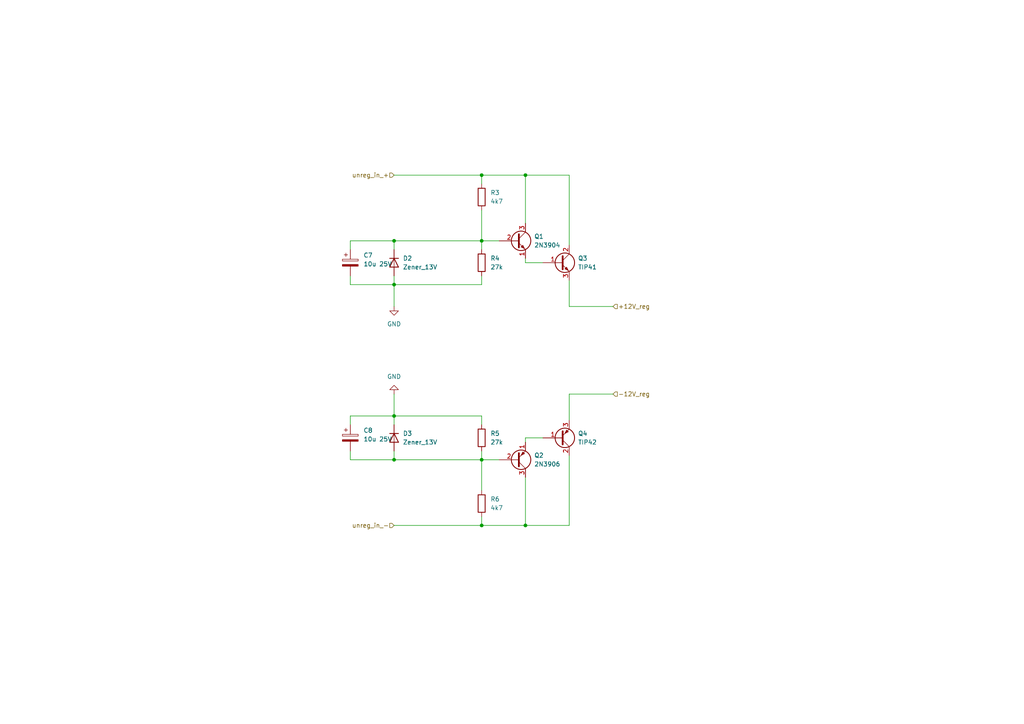
<source format=kicad_sch>
(kicad_sch (version 20230121) (generator eeschema)
  (paper "A4")
  (title_block (title "+/- 12V Versorgung") (date "15.12.21") (rev "A"))
  (lib_symbols
    (symbol "Device:C_Polarized" (pin_numbers hide) (pin_names (offset 0.254))
      (property "Reference" "C" (at 0.635 2.54 0))
      (property "Value" "C_Polarized" (at 0.635 -2.54 0))
      (symbol "C_Polarized_0_1"
        (rectangle (start -2.286 0.508) (end 2.286 1.016))
        (polyline (pts (xy -1.778 2.286) (xy -0.762 2.286)))
        (polyline (pts (xy -1.27 2.794) (xy -1.27 1.778)))
        (rectangle (start 2.286 -0.508) (end -2.286 -1.016) (fill (type outline)))
      )
      (symbol "C_Polarized_1_1"
        (pin passive line (at 0 3.81 270) (length 2.794) (name "~") (number "1"))
        (pin passive line (at 0 -3.81 90) (length 2.794) (name "~") (number "2"))
      )
    )
    (symbol "Device:D" (pin_numbers hide) (pin_names (offset 1.016) hide)
      (property "Reference" "D" (at 0 2.54 0))
      (property "Value" "D" (at 0 -2.54 0))
      (symbol "D_0_1"
        (polyline (pts (xy -1.27 1.27) (xy -1.27 -1.27)) (stroke (width 0.254)))
        (polyline (pts (xy 1.27 0) (xy -1.27 0)))
        (polyline (pts (xy 1.27 1.27) (xy 1.27 -1.27) (xy -1.27 0) (xy 1.27 1.27)) (stroke (width 0.254)))
      )
      (symbol "D_1_1"
        (pin passive line (at -3.81 0 0) (length 2.54) (name "K") (number "1"))
        (pin passive line (at 3.81 0 180) (length 2.54) (name "A") (number "2"))
      )
    )
    (symbol "Device:R" (pin_numbers hide) (pin_names (offset 0))
      (property "Reference" "R" (at 2.032 0 90))
      (property "Value" "R" (at 0 0 90))
      (symbol "R_0_1"
        (rectangle (start -1.016 -2.54) (end 1.016 2.54) (stroke (width 0.254)))
      )
      (symbol "R_1_1"
        (pin passive line (at 0 3.81 270) (length 1.27) (name "~") (number "1"))
        (pin passive line (at 0 -3.81 90) (length 1.27) (name "~") (number "2"))
      )
    )
    (symbol "Transistor_BJT:2N3904" (pin_names (offset 0) hide)
      (property "Reference" "Q" (at 5.08 1.905 0))
      (property "Value" "2N3904" (at 5.08 0 0))
      (symbol "2N3904_0_1"
        (polyline (pts (xy 0.635 0.635) (xy 2.54 2.54)))
        (polyline (pts (xy 0.635 -0.635) (xy 2.54 -2.54) (xy 2.54 -2.54)))
        (polyline (pts (xy 0.635 1.905) (xy 0.635 -1.905) (xy 0.635 -1.905)) (stroke (width 0.508)))
        (polyline (pts (xy 1.27 -1.778) (xy 1.778 -1.27) (xy 2.286 -2.286) (xy 1.27 -1.778) (xy 1.27 -1.778)) (fill (type outline)))
        (circle (center 1.27 0) (radius 2.8194) (stroke (width 0.254)))
      )
      (symbol "2N3904_1_1"
        (pin passive line (at 2.54 -5.08 90) (length 2.54) (name "E") (number "1"))
        (pin passive line (at -5.08 0 0) (length 5.715) (name "B") (number "2"))
        (pin passive line (at 2.54 5.08 270) (length 2.54) (name "C") (number "3"))
      )
    )
    (symbol "Transistor_BJT:2N3906" (pin_names (offset 0) hide)
      (property "Reference" "Q" (at 5.08 1.905 0))
      (property "Value" "2N3906" (at 5.08 0 0))
      (symbol "2N3906_0_1"
        (polyline (pts (xy 0.635 0.635) (xy 2.54 2.54)))
        (polyline (pts (xy 0.635 -0.635) (xy 2.54 -2.54) (xy 2.54 -2.54)))
        (polyline (pts (xy 0.635 1.905) (xy 0.635 -1.905) (xy 0.635 -1.905)) (stroke (width 0.508)))
        (polyline (pts (xy 2.286 -1.778) (xy 1.778 -2.286) (xy 1.27 -1.27) (xy 2.286 -1.778) (xy 2.286 -1.778)) (fill (type outline)))
        (circle (center 1.27 0) (radius 2.8194) (stroke (width 0.254)))
      )
      (symbol "2N3906_1_1"
        (pin passive line (at 2.54 -5.08 90) (length 2.54) (name "E") (number "1"))
        (pin input line (at -5.08 0 0) (length 5.715) (name "B") (number "2"))
        (pin passive line (at 2.54 5.08 270) (length 2.54) (name "C") (number "3"))
      )
    )
    (symbol "Transistor_BJT:TIP41" (pin_names (offset 0) hide)
      (property "Reference" "Q" (at 6.35 1.905 0))
      (property "Value" "TIP41" (at 6.35 0 0))
      (symbol "TIP41_0_1"
        (polyline (pts (xy 0.635 0.635) (xy 2.54 2.54)))
        (polyline (pts (xy 0.635 -0.635) (xy 2.54 -2.54) (xy 2.54 -2.54)))
        (polyline (pts (xy 0.635 1.905) (xy 0.635 -1.905) (xy 0.635 -1.905)) (stroke (width 0.508)))
        (polyline (pts (xy 1.27 -1.778) (xy 1.778 -1.27) (xy 2.286 -2.286) (xy 1.27 -1.778) (xy 1.27 -1.778)) (fill (type outline)))
        (circle (center 1.27 0) (radius 2.8194) (stroke (width 0.254)))
      )
      (symbol "TIP41_1_1"
        (pin input line (at -5.08 0 0) (length 5.715) (name "B") (number "1"))
        (pin passive line (at 2.54 5.08 270) (length 2.54) (name "C") (number "2"))
        (pin passive line (at 2.54 -5.08 90) (length 2.54) (name "E") (number "3"))
      )
    )
    (symbol "Transistor_BJT:TIP42" (pin_names (offset 0) hide)
      (property "Reference" "Q" (at 6.35 1.905 0))
      (property "Value" "TIP42" (at 6.35 0 0))
      (symbol "TIP42_0_1"
        (polyline (pts (xy 0.635 0.635) (xy 2.54 2.54)))
        (polyline (pts (xy 0.635 -0.635) (xy 2.54 -2.54) (xy 2.54 -2.54)))
        (polyline (pts (xy 0.635 1.905) (xy 0.635 -1.905) (xy 0.635 -1.905)) (stroke (width 0.508)))
        (polyline (pts (xy 2.286 -1.778) (xy 1.778 -2.286) (xy 1.27 -1.27) (xy 2.286 -1.778) (xy 2.286 -1.778)) (fill (type outline)))
        (circle (center 1.27 0) (radius 2.8194) (stroke (width 0.254)))
      )
      (symbol "TIP42_1_1"
        (pin input line (at -5.08 0 0) (length 5.715) (name "B") (number "1"))
        (pin passive line (at 2.54 5.08 270) (length 2.54) (name "C") (number "2"))
        (pin passive line (at 2.54 -5.08 90) (length 2.54) (name "E") (number "3"))
      )
    )
    (symbol "power:GND" (power) (pin_names (offset 0))
      (property "Value" "GND" (at 0 -3.81 0))
      (symbol "GND_0_1"
        (polyline (pts (xy 0 0) (xy 0 -1.27) (xy 1.27 -1.27) (xy 0 -2.54) (xy -1.27 -1.27) (xy 0 -1.27)))
      )
      (symbol "GND_1_1"
        (pin power_in line (at 0 0 270) (length 0) hide (name "GND") (number "1"))
      )
    )
  )
  (junction (at 114.3 120.65))
  (junction (at 152.4 152.4))
  (junction (at 114.3 133.35))
  (junction (at 139.7 50.8))
  (junction (at 114.3 69.85))
  (junction (at 114.3 82.55))
  (junction (at 152.4 50.8))
  (junction (at 139.7 69.85))
  (junction (at 139.7 133.35))
  (junction (at 139.7 152.4))
  (wire (pts (xy 165.1 121.92) (xy 165.1 114.3)))
  (wire (pts (xy 165.1 114.3) (xy 177.8 114.3)))
  (wire (pts (xy 139.7 60.96) (xy 139.7 69.85)))
  (wire (pts (xy 101.6 130.81) (xy 101.6 133.35)))
  (wire (pts (xy 139.7 69.85) (xy 144.78 69.85)))
  (wire (pts (xy 157.48 127) (xy 152.4 127)))
  (wire (pts (xy 152.4 127) (xy 152.4 128.27)))
  (wire (pts (xy 139.7 130.81) (xy 139.7 133.35)))
  (wire (pts (xy 139.7 133.35) (xy 139.7 142.24)))
  (wire (pts (xy 165.1 88.9) (xy 177.8 88.9)))
  (wire (pts (xy 165.1 81.28) (xy 165.1 88.9)))
  (wire (pts (xy 139.7 69.85) (xy 139.7 72.39)))
  (wire (pts (xy 139.7 149.86) (xy 139.7 152.4)))
  (wire (pts (xy 101.6 120.65) (xy 101.6 123.19)))
  (wire (pts (xy 101.6 82.55) (xy 114.3 82.55)))
  (wire (pts (xy 114.3 69.85) (xy 114.3 72.39)))
  (wire (pts (xy 165.1 132.08) (xy 165.1 152.4)))
  (wire (pts (xy 139.7 50.8) (xy 152.4 50.8)))
  (wire (pts (xy 114.3 50.8) (xy 139.7 50.8)))
  (wire (pts (xy 152.4 50.8) (xy 165.1 50.8)))
  (wire (pts (xy 139.7 82.55) (xy 139.7 80.01)))
  (wire (pts (xy 101.6 80.01) (xy 101.6 82.55)))
  (wire (pts (xy 114.3 133.35) (xy 139.7 133.35)))
  (wire (pts (xy 114.3 120.65) (xy 114.3 123.19)))
  (wire (pts (xy 139.7 123.19) (xy 139.7 120.65)))
  (wire (pts (xy 114.3 120.65) (xy 139.7 120.65)))
  (wire (pts (xy 152.4 138.43) (xy 152.4 152.4)))
  (wire (pts (xy 165.1 50.8) (xy 165.1 71.12)))
  (wire (pts (xy 101.6 133.35) (xy 114.3 133.35)))
  (wire (pts (xy 152.4 50.8) (xy 152.4 64.77)))
  (wire (pts (xy 139.7 50.8) (xy 139.7 53.34)))
  (wire (pts (xy 101.6 120.65) (xy 114.3 120.65)))
  (wire (pts (xy 114.3 69.85) (xy 139.7 69.85)))
  (wire (pts (xy 101.6 69.85) (xy 101.6 72.39)))
  (wire (pts (xy 114.3 82.55) (xy 139.7 82.55)))
  (wire (pts (xy 114.3 114.3) (xy 114.3 120.65)))
  (wire (pts (xy 139.7 133.35) (xy 144.78 133.35)))
  (wire (pts (xy 114.3 130.81) (xy 114.3 133.35)))
  (wire (pts (xy 101.6 69.85) (xy 114.3 69.85)))
  (wire (pts (xy 114.3 80.01) (xy 114.3 82.55)))
  (wire (pts (xy 114.3 82.55) (xy 114.3 88.9)))
  (wire (pts (xy 139.7 152.4) (xy 152.4 152.4)))
  (wire (pts (xy 152.4 152.4) (xy 165.1 152.4)))
  (wire (pts (xy 114.3 152.4) (xy 139.7 152.4)))
  (wire (pts (xy 152.4 76.2) (xy 157.48 76.2)))
  (wire (pts (xy 152.4 74.93) (xy 152.4 76.2)))
  (hierarchical_label "unreg_in_+" (shape input) (at 114.3 50.8 180))
  (hierarchical_label "-12V_reg" (shape input) (at 177.8 114.3 0))
  (hierarchical_label "unreg_in_-" (shape input) (at 114.3 152.4 180))
  (hierarchical_label "+12V_reg" (shape input) (at 177.8 88.9 0))
  (symbol (lib_id "Device:D") (at 114.3 127 270) (unit 1)
    (property "Reference" "D3" (at 116.84 125.7299 90) (effects (justify left)))
    (property "Value" "Zener_13V" (at 116.84 128.2699 90) (effects (justify left)))
    (property "Footprint" "Diode_THT:D_DO-35_SOD27_P2.54mm_Vertical_AnodeUp" (effects hide))
  )
  (symbol (lib_id "Device:C_Polarized") (at 101.6 76.2 0) (unit 1)
    (property "Reference" "C7" (at 105.41 74.0409 0) (effects (justify left)))
    (property "Value" "10u 25V" (at 105.41 76.5809 0) (effects (justify left)))
    (property "Footprint" "Capacitor_THT:CP_Radial_D5.0mm_P2.00mm" (effects hide))
  )
  (symbol (lib_id "Transistor_BJT:TIP41") (at 162.56 76.2 0) (unit 1)
    (property "Reference" "Q3" (at 167.64 74.9299 0) (effects (justify left)))
    (property "Value" "TIP41" (at 167.64 77.4699 0) (effects (justify left)))
    (property "Footprint" "Package_TO_SOT_THT:TO-220-3_Vertical" (effects hide))
    (property "Datasheet" "https://www.centralsemi.com/get_document.php?cmp=1&mergetype=pd&mergepath=pd&pdf_id=tip41.PDF" (effects hide))
  )
  (symbol (lib_id "Transistor_BJT:2N3906") (at 149.86 133.35 0) (mirror x) (unit 1)
    (property "Reference" "Q2" (at 154.94 132.0799 0) (effects (justify left)))
    (property "Value" "2N3906" (at 154.94 134.6199 0) (effects (justify left)))
    (property "Footprint" "Package_TO_SOT_THT:TO-92_Inline_Wide" (effects hide))
    (property "Datasheet" "https://www.onsemi.com/pub/Collateral/2N3906-D.PDF" (effects hide))
  )
  (symbol (lib_id "Device:C_Polarized") (at 101.6 127 0) (unit 1)
    (property "Reference" "C8" (at 105.41 124.8409 0) (effects (justify left)))
    (property "Value" "10u 25V" (at 105.41 127.3809 0) (effects (justify left)))
    (property "Footprint" "Capacitor_THT:CP_Radial_D5.0mm_P2.00mm" (effects hide))
  )
  (symbol (lib_id "power:GND") (at 114.3 88.9 0) (unit 1)
    (property "Reference" "#PWR0110" (effects hide))
    (property "Value" "GND" (at 114.3 93.98 0))
  )
  (symbol (lib_id "Transistor_BJT:TIP42") (at 162.56 127 0) (mirror x) (unit 1)
    (property "Reference" "Q4" (at 167.64 125.7299 0) (effects (justify left)))
    (property "Value" "TIP42" (at 167.64 128.2699 0) (effects (justify left)))
    (property "Footprint" "Package_TO_SOT_THT:TO-220-3_Vertical" (effects hide))
    (property "Datasheet" "https://www.centralsemi.com/get_document.php?cmp=1&mergetype=pd&mergepath=pd&pdf_id=TIP42.PDF" (effects hide))
  )
  (symbol (lib_id "Transistor_BJT:2N3904") (at 149.86 69.85 0) (unit 1)
    (property "Reference" "Q1" (at 154.94 68.5799 0) (effects (justify left)))
    (property "Value" "2N3904" (at 154.94 71.1199 0) (effects (justify left)))
    (property "Footprint" "Package_TO_SOT_THT:TO-92_Inline_Wide" (effects hide))
    (property "Datasheet" "https://www.onsemi.com/pub/Collateral/2N3903-D.PDF" (effects hide))
  )
  (symbol (lib_id "Device:R") (at 139.7 57.15 0) (unit 1)
    (property "Reference" "R3" (at 142.24 55.8799 0) (effects (justify left)))
    (property "Value" "4k7" (at 142.24 58.4199 0) (effects (justify left)))
    (property "Footprint" "Resistor_THT:r_vertical_symm" (effects hide))
  )
  (symbol (lib_id "Device:R") (at 139.7 76.2 0) (unit 1)
    (property "Reference" "R4" (at 142.24 74.9299 0) (effects (justify left)))
    (property "Value" "27k" (at 142.24 77.4699 0) (effects (justify left)))
    (property "Footprint" "Resistor_THT:r_vertical_symm" (effects hide))
  )
  (symbol (lib_id "Device:R") (at 139.7 146.05 0) (unit 1)
    (property "Reference" "R6" (at 142.24 144.7799 0) (effects (justify left)))
    (property "Value" "4k7" (at 142.24 147.3199 0) (effects (justify left)))
    (property "Footprint" "Resistor_THT:r_vertical_symm" (effects hide))
  )
  (symbol (lib_id "power:GND") (at 114.3 114.3 180) (unit 1)
    (property "Reference" "#PWR0109" (effects hide))
    (property "Value" "GND" (at 114.3 109.22 0))
  )
  (symbol (lib_id "Device:D") (at 114.3 76.2 270) (unit 1)
    (property "Reference" "D2" (at 116.84 74.9299 90) (effects (justify left)))
    (property "Value" "Zener_13V" (at 116.84 77.4699 90) (effects (justify left)))
    (property "Footprint" "Diode_THT:D_DO-35_SOD27_P2.54mm_Vertical_AnodeUp" (effects hide))
  )
  (symbol (lib_id "Device:R") (at 139.7 127 0) (unit 1)
    (property "Reference" "R5" (at 142.24 125.7299 0) (effects (justify left)))
    (property "Value" "27k" (at 142.24 128.2699 0) (effects (justify left)))
    (property "Footprint" "Resistor_THT:r_vertical_symm" (effects hide))
  )
)
</source>
